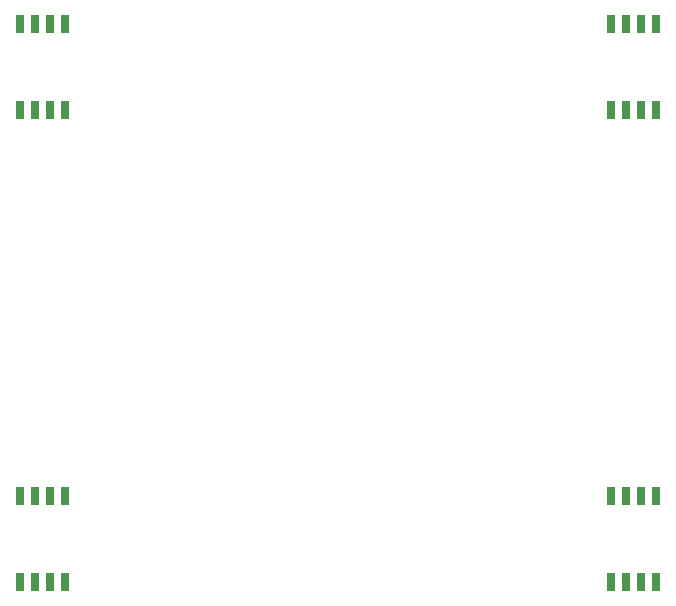
<source format=gtp>
%TF.GenerationSoftware,KiCad,Pcbnew,(5.1.9-0-10_14)*%
%TF.CreationDate,2021-04-15T21:04:48+09:00*%
%TF.ProjectId,RadioExercise_2x2,52616469-6f45-4786-9572-636973655f32,rev?*%
%TF.SameCoordinates,Original*%
%TF.FileFunction,Paste,Top*%
%TF.FilePolarity,Positive*%
%FSLAX46Y46*%
G04 Gerber Fmt 4.6, Leading zero omitted, Abs format (unit mm)*
G04 Created by KiCad (PCBNEW (5.1.9-0-10_14)) date 2021-04-15 21:04:48*
%MOMM*%
%LPD*%
G01*
G04 APERTURE LIST*
%ADD10R,0.700000X1.550000*%
G04 APERTURE END LIST*
D10*
%TO.C,IC3*%
X167023000Y-128734000D03*
X168293000Y-128734000D03*
X169563000Y-128734000D03*
X170833000Y-128734000D03*
X170833000Y-121434000D03*
X169563000Y-121434000D03*
X168293000Y-121434000D03*
X167023000Y-121434000D03*
%TD*%
%TO.C,IC3*%
X117023000Y-128734000D03*
X118293000Y-128734000D03*
X119563000Y-128734000D03*
X120833000Y-128734000D03*
X120833000Y-121434000D03*
X119563000Y-121434000D03*
X118293000Y-121434000D03*
X117023000Y-121434000D03*
%TD*%
%TO.C,IC3*%
X167023000Y-88734000D03*
X168293000Y-88734000D03*
X169563000Y-88734000D03*
X170833000Y-88734000D03*
X170833000Y-81434000D03*
X169563000Y-81434000D03*
X168293000Y-81434000D03*
X167023000Y-81434000D03*
%TD*%
%TO.C,IC3*%
X117023000Y-81434000D03*
X118293000Y-81434000D03*
X119563000Y-81434000D03*
X120833000Y-81434000D03*
X120833000Y-88734000D03*
X119563000Y-88734000D03*
X118293000Y-88734000D03*
X117023000Y-88734000D03*
%TD*%
M02*

</source>
